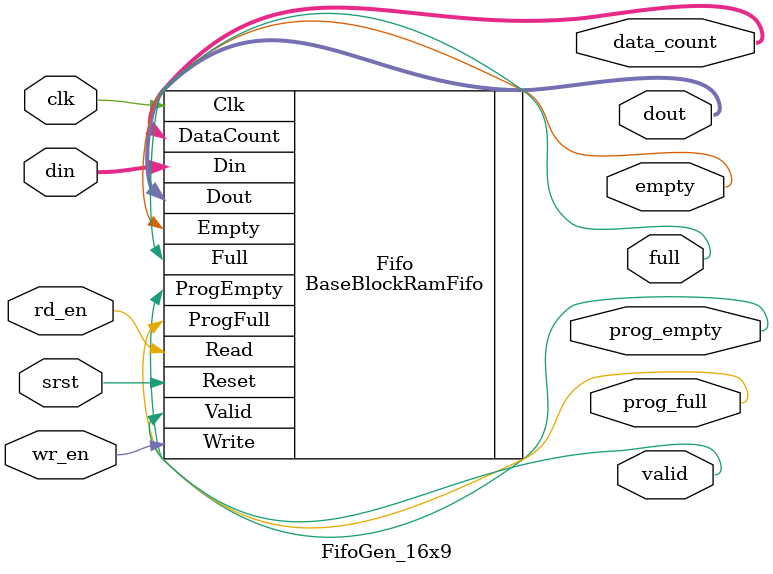
<source format=v>
/*
	FifoGen_16x9.v: Behavior version of 16x9 block RAM FIFO

		  Ted Rossin  9-27-2024
	  		     11-07-2024 

     Note: 
*/

`timescale 1ns / 1ps

module FifoGen_16x9(
     input clk
    ,input srst
    ,input[8:0] din
    ,input wr_en
    ,input rd_en
    ,output[8:0] dout
    ,output full
    ,output empty
    ,output prog_empty
    ,output[3:0] data_count
    ,output prog_full
    ,output valid
);

    BaseBlockRamFifo #(
	 .FirstWordFall(0)
	,.BuiltIn(0)
	,.Width(9)
	,.ProgFullValue(14)
	,.ProgEmptyValue(5)
	,.DataCountWidth(4)
	,.Depth(16)
    ) Fifo(
     	 .Clk(clk)
    	,.Reset(srst)
    	,.Write(wr_en)
    	,.Read(rd_en)
    	,.Din(din)
    	,.Dout(dout)
    	,.ProgFull(prog_full)
    	,.ProgEmpty(prog_empty)
    	,.DataCount(data_count)
    	,.Valid(valid)
    	,.Empty(empty)
    	,.Full(full)
    );
endmodule

</source>
